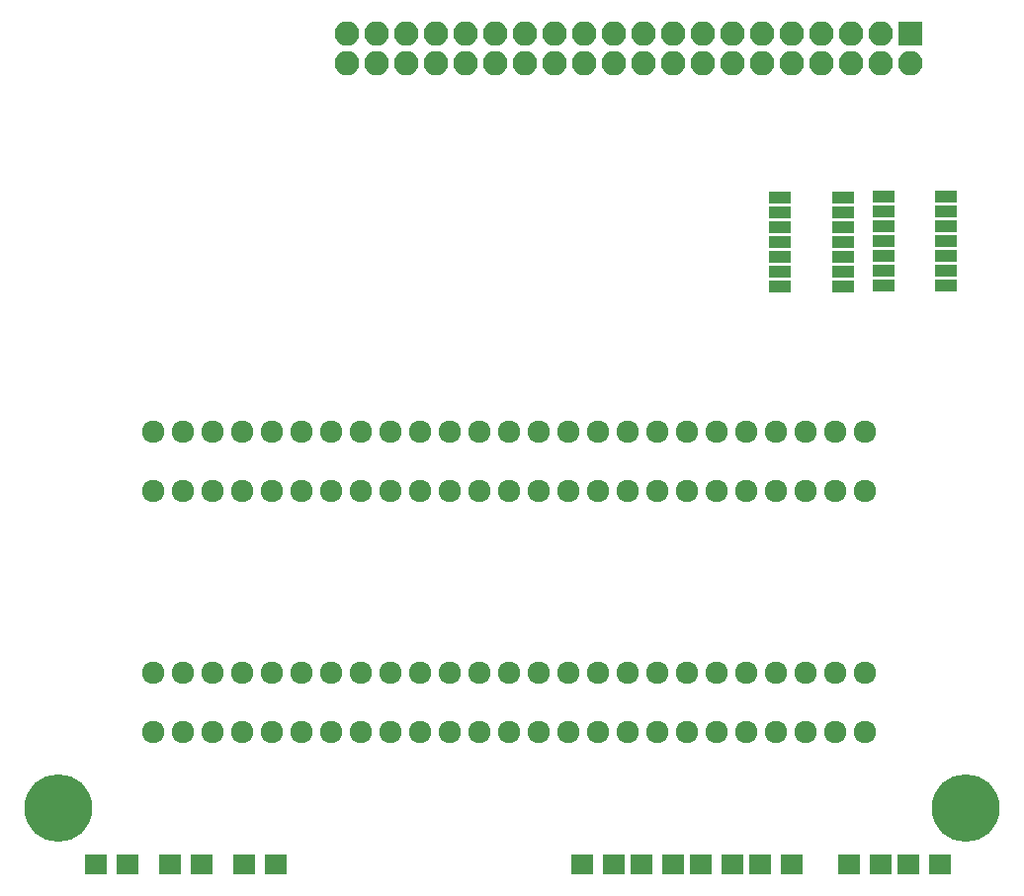
<source format=gbr>
G04 #@! TF.FileFunction,Soldermask,Top*
%FSLAX46Y46*%
G04 Gerber Fmt 4.6, Leading zero omitted, Abs format (unit mm)*
G04 Created by KiCad (PCBNEW 4.0.7) date 06/27/18 09:39:12*
%MOMM*%
%LPD*%
G01*
G04 APERTURE LIST*
%ADD10C,0.100000*%
%ADD11C,5.800000*%
%ADD12C,1.924000*%
%ADD13R,1.900000X1.700000*%
%ADD14R,2.100000X2.100000*%
%ADD15O,2.100000X2.100000*%
%ADD16R,1.900000X1.000000*%
G04 APERTURE END LIST*
D10*
D11*
X210312000Y-122174000D03*
X132588000Y-122174000D03*
D12*
X201676000Y-110561000D03*
X201676000Y-115641000D03*
X199136000Y-110561000D03*
X199136000Y-115641000D03*
X196596000Y-110561000D03*
X196596000Y-115641000D03*
X194056000Y-110561000D03*
X194056000Y-115641000D03*
X191516000Y-110561000D03*
X191516000Y-115641000D03*
X188976000Y-110561000D03*
X188976000Y-115641000D03*
X186436000Y-110561000D03*
X186436000Y-115641000D03*
X183896000Y-110561000D03*
X183896000Y-115641000D03*
X181356000Y-110561000D03*
X181356000Y-115641000D03*
X178816000Y-110561000D03*
X178816000Y-115641000D03*
X176276000Y-110561000D03*
X176276000Y-115641000D03*
X173736000Y-110561000D03*
X173736000Y-115641000D03*
X171196000Y-110561000D03*
X171196000Y-115641000D03*
X168656000Y-110561000D03*
X168656000Y-115641000D03*
X166116000Y-110561000D03*
X166116000Y-115641000D03*
X163576000Y-110561000D03*
X163576000Y-115641000D03*
X161036000Y-110561000D03*
X161036000Y-115641000D03*
X158496000Y-110561000D03*
X158496000Y-115641000D03*
X155956000Y-110561000D03*
X155956000Y-115641000D03*
X153416000Y-110561000D03*
X153416000Y-115641000D03*
X150876000Y-110561000D03*
X150876000Y-115641000D03*
X148336000Y-110561000D03*
X148336000Y-115641000D03*
X145796000Y-110561000D03*
X145796000Y-115641000D03*
X143256000Y-110561000D03*
X143256000Y-115641000D03*
X140716000Y-110561000D03*
X140716000Y-115641000D03*
X201676000Y-89916000D03*
X201676000Y-94996000D03*
X199136000Y-89916000D03*
X199136000Y-94996000D03*
X196596000Y-89916000D03*
X196596000Y-94996000D03*
X194056000Y-89916000D03*
X194056000Y-94996000D03*
X191516000Y-89916000D03*
X191516000Y-94996000D03*
X188976000Y-89916000D03*
X188976000Y-94996000D03*
X186436000Y-89916000D03*
X186436000Y-94996000D03*
X183896000Y-89916000D03*
X183896000Y-94996000D03*
X181356000Y-89916000D03*
X181356000Y-94996000D03*
X178816000Y-89916000D03*
X178816000Y-94996000D03*
X176276000Y-89916000D03*
X176276000Y-94996000D03*
X173736000Y-89916000D03*
X173736000Y-94996000D03*
X171196000Y-89916000D03*
X171196000Y-94996000D03*
X168656000Y-89916000D03*
X168656000Y-94996000D03*
X166116000Y-89916000D03*
X166116000Y-94996000D03*
X163576000Y-89916000D03*
X163576000Y-94996000D03*
X161036000Y-89916000D03*
X161036000Y-94996000D03*
X158496000Y-89916000D03*
X158496000Y-94996000D03*
X155956000Y-89916000D03*
X155956000Y-94996000D03*
X153416000Y-89916000D03*
X153416000Y-94996000D03*
X150876000Y-89916000D03*
X150876000Y-94996000D03*
X148336000Y-89916000D03*
X148336000Y-94996000D03*
X145796000Y-89916000D03*
X145796000Y-94996000D03*
X143256000Y-89916000D03*
X143256000Y-94996000D03*
X140716000Y-89916000D03*
X140716000Y-94996000D03*
D13*
X208106000Y-127000000D03*
X205406000Y-127000000D03*
X203026000Y-127000000D03*
X200326000Y-127000000D03*
X195406000Y-127000000D03*
X192706000Y-127000000D03*
X190326000Y-127000000D03*
X187626000Y-127000000D03*
X185246000Y-127000000D03*
X182546000Y-127000000D03*
X180166000Y-127000000D03*
X177466000Y-127000000D03*
X151210000Y-127000000D03*
X148510000Y-127000000D03*
X144860000Y-127000000D03*
X142160000Y-127000000D03*
X138510000Y-127000000D03*
X135810000Y-127000000D03*
D14*
X205572000Y-55727600D03*
D15*
X205572000Y-58267600D03*
X203032000Y-55727600D03*
X203032000Y-58267600D03*
X200492000Y-55727600D03*
X200492000Y-58267600D03*
X197952000Y-55727600D03*
X197952000Y-58267600D03*
X195412000Y-55727600D03*
X195412000Y-58267600D03*
X192872000Y-55727600D03*
X192872000Y-58267600D03*
X190332000Y-55727600D03*
X190332000Y-58267600D03*
X187792000Y-55727600D03*
X187792000Y-58267600D03*
X185252000Y-55727600D03*
X185252000Y-58267600D03*
X182712000Y-55727600D03*
X182712000Y-58267600D03*
X180172000Y-55727600D03*
X180172000Y-58267600D03*
X177632000Y-55727600D03*
X177632000Y-58267600D03*
X175092000Y-55727600D03*
X175092000Y-58267600D03*
X172552000Y-55727600D03*
X172552000Y-58267600D03*
X170012000Y-55727600D03*
X170012000Y-58267600D03*
X167472000Y-55727600D03*
X167472000Y-58267600D03*
X164932000Y-55727600D03*
X164932000Y-58267600D03*
X162392000Y-55727600D03*
X162392000Y-58267600D03*
X159852000Y-55727600D03*
X159852000Y-58267600D03*
X157312000Y-55727600D03*
X157312000Y-58267600D03*
D16*
X203261000Y-69723000D03*
X203261000Y-70993000D03*
X203261000Y-72263000D03*
X203261000Y-73533000D03*
X203261000Y-74803000D03*
X203261000Y-76073000D03*
X203261000Y-77343000D03*
X208661000Y-77343000D03*
X208661000Y-76073000D03*
X208661000Y-74803000D03*
X208661000Y-73533000D03*
X208661000Y-72263000D03*
X208661000Y-70993000D03*
X208661000Y-69723000D03*
X194437000Y-69850000D03*
X194437000Y-71120000D03*
X194437000Y-72390000D03*
X194437000Y-73660000D03*
X194437000Y-74930000D03*
X194437000Y-76200000D03*
X194437000Y-77470000D03*
X199837000Y-77470000D03*
X199837000Y-76200000D03*
X199837000Y-74930000D03*
X199837000Y-73660000D03*
X199837000Y-72390000D03*
X199837000Y-71120000D03*
X199837000Y-69850000D03*
M02*

</source>
